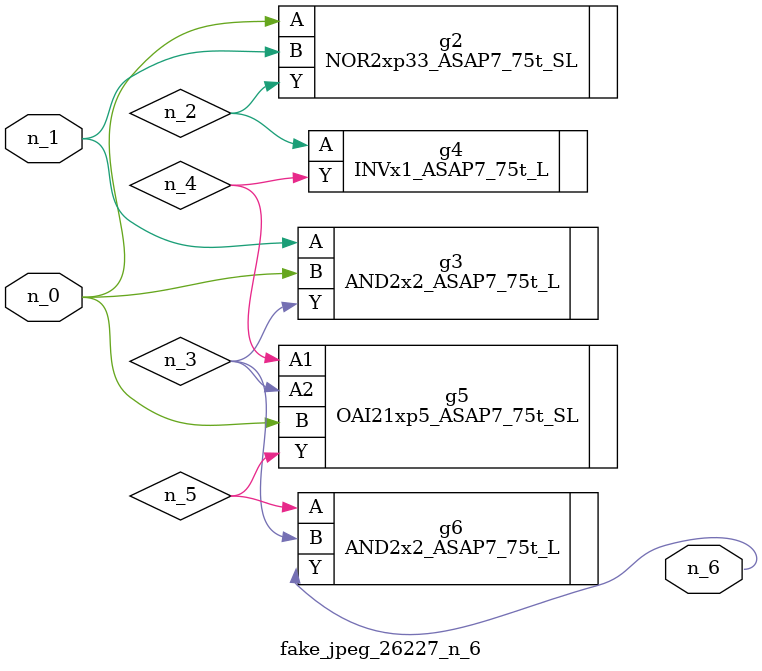
<source format=v>
module fake_jpeg_26227_n_6 (n_0, n_1, n_6);

input n_0;
input n_1;

output n_6;

wire n_3;
wire n_2;
wire n_4;
wire n_5;

NOR2xp33_ASAP7_75t_SL g2 ( 
.A(n_0),
.B(n_1),
.Y(n_2)
);

AND2x2_ASAP7_75t_L g3 ( 
.A(n_1),
.B(n_0),
.Y(n_3)
);

INVx1_ASAP7_75t_L g4 ( 
.A(n_2),
.Y(n_4)
);

OAI21xp5_ASAP7_75t_SL g5 ( 
.A1(n_4),
.A2(n_3),
.B(n_0),
.Y(n_5)
);

AND2x2_ASAP7_75t_L g6 ( 
.A(n_5),
.B(n_3),
.Y(n_6)
);


endmodule
</source>
